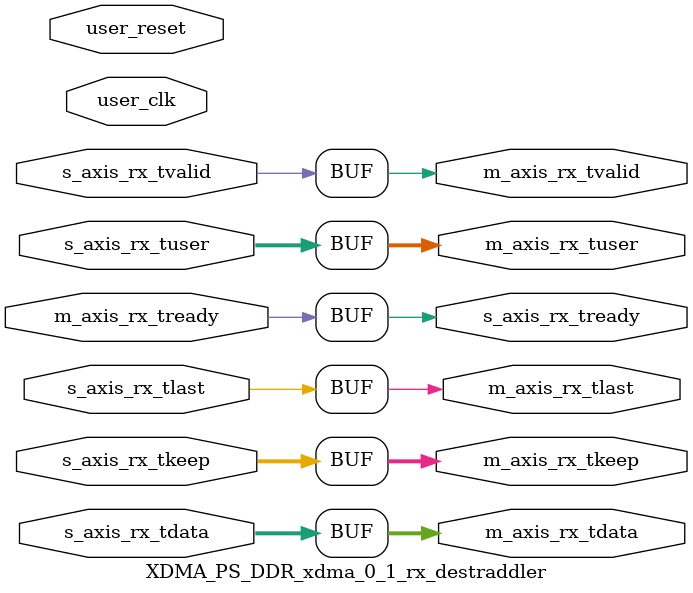
<source format=sv>


`timescale 1ps/1ps

module XDMA_PS_DDR_xdma_0_1_rx_destraddler #(
  parameter C_AXI_DATA_WIDTH = 64,                     // RX/TX interface data width
  parameter C_KEEP_WIDTH     = C_AXI_DATA_WIDTH/8,     // TKEEP width
  parameter TCQ              = 1                       // Clock to Q time

  ) (

  input                         user_clk,
  input                         user_reset,

  //-------------------------------------------------
  // AXI-S RX Interface from PCIe Hard Block
  //-------------------------------------------------
  input  [C_AXI_DATA_WIDTH-1:0] s_axis_rx_tdata,       // RX data
  input                         s_axis_rx_tvalid,      // RX data is valid
  output reg                    s_axis_rx_tready,      // RX ready for data
  input      [C_KEEP_WIDTH-1:0] s_axis_rx_tkeep,       // RX strobe byte enables
  input                         s_axis_rx_tlast,       // RX data is last
  input                  [21:0] s_axis_rx_tuser,       // RX user signals

  //-------------------------------------------------
  // AXI-S RX Interface to RX Demux
  //-------------------------------------------------
  output reg [C_AXI_DATA_WIDTH-1:0] m_axis_rx_tdata,       // RX data
  output reg                        m_axis_rx_tvalid,      // RX data is valid
  input                             m_axis_rx_tready,      // RX ready for data
  output reg    [C_KEEP_WIDTH-1:0]  m_axis_rx_tkeep,       // RX strobe byte enables
  output reg                        m_axis_rx_tlast,       // RX data is last
  output reg                [21:0]  m_axis_rx_tuser        // RX user signals

);

generate
if(C_AXI_DATA_WIDTH == 128) begin : data_width_128

  // Local parameters

  localparam NORMAL_PACKET    = 2'b00;
  localparam STRADDLED_PACKET = 2'b01;
  localparam THROTTLE_TLP     = 2'b10;

  // Wire and Register Declarations

  reg [1:0]  state;
  reg [63:0] prev_data_half;
  reg [7:0]  prev_keep_half;
  reg [21:0] prev_user_half;


  always @(posedge user_clk) begin

    if (user_reset) begin

      state <= #TCQ NORMAL_PACKET;

    end else begin

      if (m_axis_rx_tready) begin

        // Store higher DWs in case it's straddled packet
        prev_data_half <= #TCQ s_axis_rx_tdata[127:64];
        prev_keep_half <= #TCQ s_axis_rx_tkeep[15:8];
        prev_user_half <= #TCQ s_axis_rx_tuser;

        case (state)

        NORMAL_PACKET: begin

          if (s_axis_rx_tuser[14] && s_axis_rx_tuser[13]) begin // SOF && Start @ DW2/3

            state           <= #TCQ STRADDLED_PACKET;

          end

        end // NORMAL_PACKET

        STRADDLED_PACKET: begin

          if (s_axis_rx_tuser[21] && !s_axis_rx_tuser[14]) begin // EOF && !SOF

            if (s_axis_rx_tuser[20]) begin          // EOF @ DW2/3
              state           <= #TCQ THROTTLE_TLP;
            end else begin                          // EOF @ DW0/1
              state           <= #TCQ NORMAL_PACKET;
            end

          end // EOF && !SOF

          // Note for all possible conditions in this state:
          // else if EOF && SOF  : SOF can only start @ DW2/3, so EOF can only be @ DW0/1. Stay in this state
          // else if !EOF && SOF : Will never have SOF only in this state. Stay in this state
          // else if !EOF && !SOF: No change. Stay in this state

        end // STRADDLED_PACKET

        THROTTLE_TLP: begin

          state <= #TCQ NORMAL_PACKET;

        end // THROTTLE_TLP

        default: begin

          state <= #TCQ NORMAL_PACKET;

        end // default

        endcase

      end // s_axis_rx_tready
    end // reset
  end // always

  always @(*) begin

      case (state)

      NORMAL_PACKET: begin

        m_axis_rx_tdata  = s_axis_rx_tdata;
        m_axis_rx_tvalid = s_axis_rx_tvalid;
        s_axis_rx_tready = m_axis_rx_tready;
        m_axis_rx_tkeep  =   (s_axis_rx_tuser[20:19] == 2'b00) ? 16'h000F :
                           ( (s_axis_rx_tuser[20:19] == 2'b01) ? 16'h00FF :
                           ( (s_axis_rx_tuser[20:19] == 2'b10) ? 16'h0FFF :
                                                                 16'hFFFF ));

        m_axis_rx_tlast  = s_axis_rx_tuser[21];

        // If EOF or (EOF and SOF), zero out SOF field. If SOF, the EOF field is already zero in this state
        m_axis_rx_tuser  = s_axis_rx_tuser[21] ? ( {s_axis_rx_tuser[21:15], 5'b0, s_axis_rx_tuser[9:0]} ) :
                                                 ( s_axis_rx_tuser                                      ) ;

      end

      STRADDLED_PACKET: begin

        m_axis_rx_tdata  = {s_axis_rx_tdata[63:0], prev_data_half};
        m_axis_rx_tvalid = s_axis_rx_tvalid;
        s_axis_rx_tready = m_axis_rx_tready;

        m_axis_rx_tkeep  = { ((s_axis_rx_tuser[20:19] == 2'b00) ? 8'h0F : 8'hFF),
                             8'hFF
                           };

      //  m_axis_rx_tlast  = (s_axis_rx_tuser[21] && s_axis_rx_tuser[20]) ? 1'b0 : 1'b1;
         m_axis_rx_tlast  = s_axis_rx_tuser[20] ? 1'b0 : 1'b1;

        // If SOF seen previously, zero out EOF. If EOF or (EOF and SOF) currently, zero out SOF field.
        m_axis_rx_tuser  = prev_user_half[14] ? {5'b0, prev_user_half[16:0]} :
                                                ( s_axis_rx_tuser[21] ? ( {s_axis_rx_tuser[21:15], 5'b0, s_axis_rx_tuser[9:0]} ) :
                                                                        ( s_axis_rx_tuser                                      )
                                                );

      end

      THROTTLE_TLP: begin

        m_axis_rx_tdata  = {64'h0, prev_data_half};
        m_axis_rx_tvalid = 1'b1;
        s_axis_rx_tready = 1'b0;

        m_axis_rx_tkeep  = { 8'h0, 
                             ((prev_user_half[20:19] == 2'b10) ? 8'h0F : 8'hFF)
                           };

        m_axis_rx_tlast  = 1'b1;
        m_axis_rx_tuser  = {prev_user_half[21:15], 5'b0, prev_user_half[9:0]}; // Zero out SOF field

      end

      default: begin

        m_axis_rx_tdata  = s_axis_rx_tdata;
        m_axis_rx_tvalid = s_axis_rx_tvalid;
        s_axis_rx_tready = m_axis_rx_tready;
        m_axis_rx_tkeep  = s_axis_rx_tkeep;
        m_axis_rx_tlast  = s_axis_rx_tuser[21];
        m_axis_rx_tuser  = s_axis_rx_tuser;

      end

      endcase

  end // always

end // data_width_128
else begin: data_width_64

  // No straddling in 64-bit mode. Pass through all signals as is
  always @(*) begin

    m_axis_rx_tdata  = s_axis_rx_tdata;
    m_axis_rx_tvalid = s_axis_rx_tvalid;
    s_axis_rx_tready = m_axis_rx_tready;
    m_axis_rx_tkeep  = s_axis_rx_tkeep;
    m_axis_rx_tlast  = s_axis_rx_tlast;
    m_axis_rx_tuser  = s_axis_rx_tuser;

  end // always

end // data_width_64
endgenerate

endmodule

</source>
